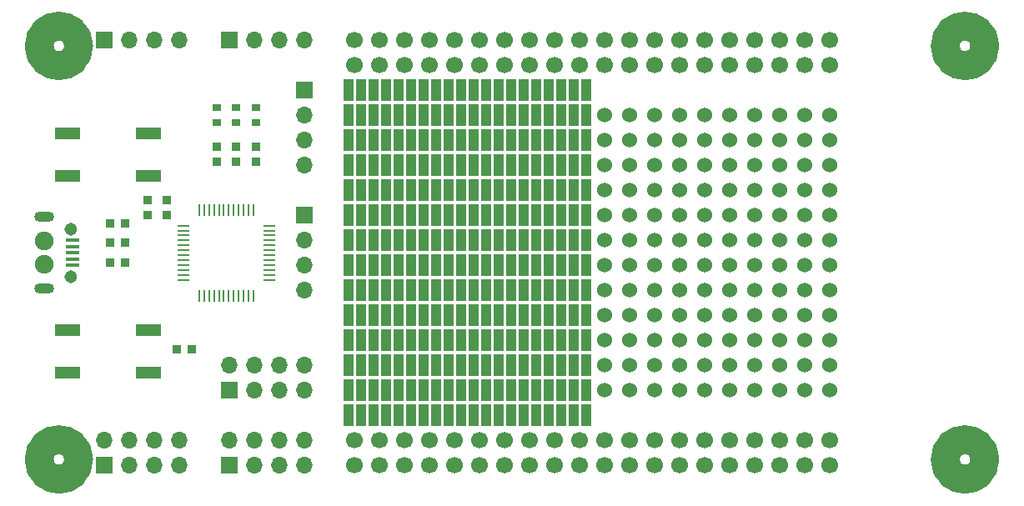
<source format=gts>
G04 #@! TF.GenerationSoftware,KiCad,Pcbnew,(5.0.0-rc2-dev-222-g3b0a758)*
G04 #@! TF.CreationDate,2018-03-21T23:14:10+01:00*
G04 #@! TF.ProjectId,Geckonator Dev Edition,4765636B6F6E61746F72204465762045,rev?*
G04 #@! TF.SameCoordinates,Original*
G04 #@! TF.FileFunction,Soldermask,Top*
G04 #@! TF.FilePolarity,Negative*
%FSLAX46Y46*%
G04 Gerber Fmt 4.6, Leading zero omitted, Abs format (unit mm)*
G04 Created by KiCad (PCBNEW (5.0.0-rc2-dev-222-g3b0a758)) date Wednesday, 21 March 2018 at 23:14:10*
%MOMM*%
%LPD*%
G01*
G04 APERTURE LIST*
%ADD10C,3.000000*%
%ADD11R,1.016000X2.286000*%
%ADD12R,0.889000X0.889000*%
%ADD13C,1.524000*%
%ADD14C,1.700000*%
%ADD15R,0.889000X0.762000*%
%ADD16O,1.700000X1.700000*%
%ADD17R,1.700000X1.700000*%
%ADD18R,2.540000X1.270000*%
%ADD19R,0.250000X1.300000*%
%ADD20R,1.300000X0.250000*%
%ADD21R,1.348740X0.398780*%
%ADD22C,1.899920*%
%ADD23O,2.032000X1.016000*%
%ADD24C,1.305560*%
G04 APERTURE END LIST*
D10*
X55000000Y-53000000D02*
G75*
G03X55000000Y-53000000I-2000000J0D01*
G01*
X55000000Y-95000000D02*
G75*
G03X55000000Y-95000000I-2000000J0D01*
G01*
X147000000Y-95000000D02*
G75*
G03X147000000Y-95000000I-2000000J0D01*
G01*
X147000000Y-53000000D02*
G75*
G03X147000000Y-53000000I-2000000J0D01*
G01*
D11*
X106515000Y-90510000D03*
X105245000Y-90510000D03*
X103975000Y-90510000D03*
X102705000Y-90510000D03*
X101435000Y-90510000D03*
X100165000Y-90510000D03*
X98895000Y-90510000D03*
X97625000Y-90510000D03*
X96355000Y-90510000D03*
X95085000Y-90510000D03*
X93815000Y-90510000D03*
X92545000Y-90510000D03*
X91275000Y-90510000D03*
X90005000Y-90510000D03*
X88735000Y-90510000D03*
X87465000Y-90510000D03*
X86195000Y-90510000D03*
X84925000Y-90510000D03*
X83655000Y-90510000D03*
X82385000Y-90510000D03*
X106515000Y-57490000D03*
X105245000Y-57490000D03*
X103975000Y-57490000D03*
X102705000Y-57490000D03*
X101435000Y-57490000D03*
X100165000Y-57490000D03*
X98895000Y-57490000D03*
X97625000Y-57490000D03*
X96355000Y-57490000D03*
X95085000Y-57490000D03*
X93815000Y-57490000D03*
X92545000Y-57490000D03*
X91275000Y-57490000D03*
X90005000Y-57490000D03*
X88735000Y-57490000D03*
X87465000Y-57490000D03*
X86195000Y-57490000D03*
X84925000Y-57490000D03*
X83655000Y-57490000D03*
X82385000Y-57490000D03*
X106515000Y-72730000D03*
X105245000Y-72730000D03*
X103975000Y-72730000D03*
X102705000Y-72730000D03*
X101435000Y-72730000D03*
X100165000Y-72730000D03*
X98895000Y-72730000D03*
X97625000Y-72730000D03*
X96355000Y-72730000D03*
X95085000Y-72730000D03*
X93815000Y-72730000D03*
X92545000Y-72730000D03*
X91275000Y-72730000D03*
X90005000Y-72730000D03*
X88735000Y-72730000D03*
X87465000Y-72730000D03*
X86195000Y-72730000D03*
X84925000Y-72730000D03*
X83655000Y-72730000D03*
X82385000Y-72730000D03*
X106515000Y-75270000D03*
X105245000Y-75270000D03*
X103975000Y-75270000D03*
X102705000Y-75270000D03*
X101435000Y-75270000D03*
X100165000Y-75270000D03*
X98895000Y-75270000D03*
X97625000Y-75270000D03*
X96355000Y-75270000D03*
X95085000Y-75270000D03*
X93815000Y-75270000D03*
X92545000Y-75270000D03*
X91275000Y-75270000D03*
X90005000Y-75270000D03*
X88735000Y-75270000D03*
X87465000Y-75270000D03*
X86195000Y-75270000D03*
X84925000Y-75270000D03*
X83655000Y-75270000D03*
X82385000Y-75270000D03*
X106515000Y-77810000D03*
X105245000Y-77810000D03*
X103975000Y-77810000D03*
X102705000Y-77810000D03*
X101435000Y-77810000D03*
X100165000Y-77810000D03*
X98895000Y-77810000D03*
X97625000Y-77810000D03*
X96355000Y-77810000D03*
X95085000Y-77810000D03*
X93815000Y-77810000D03*
X92545000Y-77810000D03*
X91275000Y-77810000D03*
X90005000Y-77810000D03*
X88735000Y-77810000D03*
X87465000Y-77810000D03*
X86195000Y-77810000D03*
X84925000Y-77810000D03*
X83655000Y-77810000D03*
X82385000Y-77810000D03*
X106515000Y-80350000D03*
X105245000Y-80350000D03*
X103975000Y-80350000D03*
X102705000Y-80350000D03*
X101435000Y-80350000D03*
X100165000Y-80350000D03*
X98895000Y-80350000D03*
X97625000Y-80350000D03*
X96355000Y-80350000D03*
X95085000Y-80350000D03*
X93815000Y-80350000D03*
X92545000Y-80350000D03*
X91275000Y-80350000D03*
X90005000Y-80350000D03*
X88735000Y-80350000D03*
X87465000Y-80350000D03*
X86195000Y-80350000D03*
X84925000Y-80350000D03*
X83655000Y-80350000D03*
X82385000Y-80350000D03*
X106515000Y-82890000D03*
X105245000Y-82890000D03*
X103975000Y-82890000D03*
X102705000Y-82890000D03*
X101435000Y-82890000D03*
X100165000Y-82890000D03*
X98895000Y-82890000D03*
X97625000Y-82890000D03*
X96355000Y-82890000D03*
X95085000Y-82890000D03*
X93815000Y-82890000D03*
X92545000Y-82890000D03*
X91275000Y-82890000D03*
X90005000Y-82890000D03*
X88735000Y-82890000D03*
X87465000Y-82890000D03*
X86195000Y-82890000D03*
X84925000Y-82890000D03*
X83655000Y-82890000D03*
X82385000Y-82890000D03*
X106515000Y-85430000D03*
X105245000Y-85430000D03*
X103975000Y-85430000D03*
X102705000Y-85430000D03*
X101435000Y-85430000D03*
X100165000Y-85430000D03*
X98895000Y-85430000D03*
X97625000Y-85430000D03*
X96355000Y-85430000D03*
X95085000Y-85430000D03*
X93815000Y-85430000D03*
X92545000Y-85430000D03*
X91275000Y-85430000D03*
X90005000Y-85430000D03*
X88735000Y-85430000D03*
X87465000Y-85430000D03*
X86195000Y-85430000D03*
X84925000Y-85430000D03*
X83655000Y-85430000D03*
X82385000Y-85430000D03*
X106515000Y-87970000D03*
X105245000Y-87970000D03*
X103975000Y-87970000D03*
X102705000Y-87970000D03*
X101435000Y-87970000D03*
X100165000Y-87970000D03*
X98895000Y-87970000D03*
X97625000Y-87970000D03*
X96355000Y-87970000D03*
X95085000Y-87970000D03*
X93815000Y-87970000D03*
X92545000Y-87970000D03*
X91275000Y-87970000D03*
X90005000Y-87970000D03*
X88735000Y-87970000D03*
X87465000Y-87970000D03*
X86195000Y-87970000D03*
X84925000Y-87970000D03*
X83655000Y-87970000D03*
X82385000Y-87970000D03*
X106515000Y-70190000D03*
X105245000Y-70190000D03*
X103975000Y-70190000D03*
X102705000Y-70190000D03*
X101435000Y-70190000D03*
X100165000Y-70190000D03*
X98895000Y-70190000D03*
X97625000Y-70190000D03*
X96355000Y-70190000D03*
X95085000Y-70190000D03*
X93815000Y-70190000D03*
X92545000Y-70190000D03*
X91275000Y-70190000D03*
X90005000Y-70190000D03*
X88735000Y-70190000D03*
X87465000Y-70190000D03*
X86195000Y-70190000D03*
X84925000Y-70190000D03*
X83655000Y-70190000D03*
X82385000Y-70190000D03*
X106515000Y-67650000D03*
X105245000Y-67650000D03*
X103975000Y-67650000D03*
X102705000Y-67650000D03*
X101435000Y-67650000D03*
X100165000Y-67650000D03*
X98895000Y-67650000D03*
X97625000Y-67650000D03*
X96355000Y-67650000D03*
X95085000Y-67650000D03*
X93815000Y-67650000D03*
X92545000Y-67650000D03*
X91275000Y-67650000D03*
X90005000Y-67650000D03*
X88735000Y-67650000D03*
X87465000Y-67650000D03*
X86195000Y-67650000D03*
X84925000Y-67650000D03*
X83655000Y-67650000D03*
X82385000Y-67650000D03*
X106515000Y-65110000D03*
X105245000Y-65110000D03*
X103975000Y-65110000D03*
X102705000Y-65110000D03*
X101435000Y-65110000D03*
X100165000Y-65110000D03*
X98895000Y-65110000D03*
X97625000Y-65110000D03*
X96355000Y-65110000D03*
X95085000Y-65110000D03*
X93815000Y-65110000D03*
X92545000Y-65110000D03*
X91275000Y-65110000D03*
X90005000Y-65110000D03*
X88735000Y-65110000D03*
X87465000Y-65110000D03*
X86195000Y-65110000D03*
X84925000Y-65110000D03*
X83655000Y-65110000D03*
X82385000Y-65110000D03*
X106515000Y-62570000D03*
X105245000Y-62570000D03*
X103975000Y-62570000D03*
X102705000Y-62570000D03*
X101435000Y-62570000D03*
X100165000Y-62570000D03*
X98895000Y-62570000D03*
X97625000Y-62570000D03*
X96355000Y-62570000D03*
X95085000Y-62570000D03*
X93815000Y-62570000D03*
X92545000Y-62570000D03*
X91275000Y-62570000D03*
X90005000Y-62570000D03*
X88735000Y-62570000D03*
X87465000Y-62570000D03*
X86195000Y-62570000D03*
X84925000Y-62570000D03*
X83655000Y-62570000D03*
X82385000Y-62570000D03*
X106515000Y-60030000D03*
X105245000Y-60030000D03*
X103975000Y-60030000D03*
X102705000Y-60030000D03*
X101435000Y-60030000D03*
X100165000Y-60030000D03*
X98895000Y-60030000D03*
X97625000Y-60030000D03*
X96355000Y-60030000D03*
X95085000Y-60030000D03*
X93815000Y-60030000D03*
X92545000Y-60030000D03*
X91275000Y-60030000D03*
X90005000Y-60030000D03*
X88735000Y-60030000D03*
X87465000Y-60030000D03*
X86195000Y-60030000D03*
X84925000Y-60030000D03*
X83655000Y-60030000D03*
X82385000Y-60030000D03*
D12*
X64000000Y-70162000D03*
X64000000Y-68638000D03*
X62000000Y-68638000D03*
X62000000Y-70162000D03*
X58238000Y-71000000D03*
X59762000Y-71000000D03*
D13*
X131280000Y-87970000D03*
X131280000Y-85430000D03*
X128740000Y-85430000D03*
X128740000Y-87970000D03*
X126200000Y-87970000D03*
X126200000Y-85430000D03*
X123660000Y-85430000D03*
X123660000Y-87970000D03*
X121120000Y-87970000D03*
X121120000Y-85430000D03*
X118580000Y-85430000D03*
X118580000Y-87970000D03*
X116040000Y-87970000D03*
X116040000Y-85430000D03*
X113500000Y-85430000D03*
X113500000Y-87970000D03*
X110960000Y-87970000D03*
X110960000Y-85430000D03*
X110960000Y-82890000D03*
X113500000Y-82890000D03*
X116040000Y-82890000D03*
X118580000Y-82890000D03*
X121120000Y-82890000D03*
X123660000Y-82890000D03*
X126200000Y-82890000D03*
X128740000Y-82890000D03*
X131280000Y-82890000D03*
X131280000Y-80350000D03*
X128740000Y-80350000D03*
X126200000Y-80350000D03*
X123660000Y-80350000D03*
X121120000Y-80350000D03*
X118580000Y-80350000D03*
X116040000Y-80350000D03*
X113500000Y-80350000D03*
X110960000Y-80350000D03*
X110960000Y-77810000D03*
X113500000Y-77810000D03*
X116040000Y-77810000D03*
X118580000Y-77810000D03*
X121120000Y-77810000D03*
X123660000Y-77810000D03*
X126200000Y-77810000D03*
X128740000Y-77810000D03*
X131280000Y-77810000D03*
X131280000Y-75270000D03*
X128740000Y-75270000D03*
X126200000Y-75270000D03*
X123660000Y-75270000D03*
X121120000Y-75270000D03*
X118580000Y-75270000D03*
X116040000Y-75270000D03*
X113500000Y-75270000D03*
X110960000Y-75270000D03*
X110960000Y-72730000D03*
X113500000Y-72730000D03*
X116040000Y-72730000D03*
X118580000Y-72730000D03*
X121120000Y-72730000D03*
X123660000Y-72730000D03*
X126200000Y-72730000D03*
X128740000Y-72730000D03*
X131280000Y-72730000D03*
X131280000Y-70190000D03*
X128740000Y-70190000D03*
X126200000Y-70190000D03*
X123660000Y-70190000D03*
X121120000Y-70190000D03*
X118580000Y-70190000D03*
X116040000Y-70190000D03*
X113500000Y-70190000D03*
X110960000Y-70190000D03*
X110960000Y-67650000D03*
X113500000Y-67650000D03*
X116040000Y-67650000D03*
X118580000Y-67650000D03*
X121120000Y-67650000D03*
X123660000Y-67650000D03*
X126200000Y-67650000D03*
X128740000Y-67650000D03*
X131280000Y-67650000D03*
X131280000Y-65110000D03*
X128740000Y-65110000D03*
X126200000Y-65110000D03*
X123660000Y-65110000D03*
X121120000Y-65110000D03*
X118580000Y-65110000D03*
X116040000Y-65110000D03*
X113500000Y-65110000D03*
X110960000Y-65110000D03*
X110960000Y-62570000D03*
X113500000Y-62570000D03*
X116040000Y-62570000D03*
X118580000Y-62570000D03*
X121120000Y-62570000D03*
X123660000Y-62570000D03*
X126200000Y-62570000D03*
X128740000Y-62570000D03*
X131280000Y-62570000D03*
X131280000Y-60030000D03*
X128740000Y-60030000D03*
X126200000Y-60030000D03*
X123660000Y-60030000D03*
X121120000Y-60030000D03*
X118580000Y-60030000D03*
X116040000Y-60030000D03*
X113500000Y-60030000D03*
X110960000Y-60030000D03*
X108420000Y-72730000D03*
X108420000Y-75270000D03*
X108420000Y-87970000D03*
X108420000Y-85430000D03*
X108420000Y-82890000D03*
X108420000Y-80350000D03*
X108420000Y-77810000D03*
X108420000Y-70190000D03*
X108420000Y-67650000D03*
X108420000Y-65110000D03*
X108420000Y-62570000D03*
D14*
X131280000Y-93050000D03*
X128740000Y-93050000D03*
X126200000Y-93050000D03*
X123660000Y-93050000D03*
X121120000Y-93050000D03*
X118580000Y-93050000D03*
X116040000Y-93050000D03*
X113500000Y-93050000D03*
X110960000Y-93050000D03*
X108420000Y-93050000D03*
X105880000Y-93050000D03*
X103340000Y-93050000D03*
X100800000Y-93050000D03*
X98260000Y-93050000D03*
X95720000Y-93050000D03*
X93180000Y-93050000D03*
X90640000Y-93050000D03*
X88100000Y-93050000D03*
X85560000Y-93050000D03*
X83020000Y-93050000D03*
X131280000Y-95590000D03*
X128740000Y-95590000D03*
X126200000Y-95590000D03*
X123660000Y-95590000D03*
X121120000Y-95590000D03*
X118580000Y-95590000D03*
X116040000Y-95590000D03*
X113500000Y-95590000D03*
X110960000Y-95590000D03*
X108420000Y-95590000D03*
X105880000Y-95590000D03*
X103340000Y-95590000D03*
X100800000Y-95590000D03*
X98260000Y-95590000D03*
X95720000Y-95590000D03*
X93180000Y-95590000D03*
X90640000Y-95590000D03*
X88100000Y-95590000D03*
X85560000Y-95590000D03*
X83020000Y-95590000D03*
X131280000Y-54950000D03*
X128740000Y-54950000D03*
X126200000Y-54950000D03*
X123660000Y-54950000D03*
X121120000Y-54950000D03*
X118580000Y-54950000D03*
X116040000Y-54950000D03*
X113500000Y-54950000D03*
X110960000Y-54950000D03*
X108420000Y-54950000D03*
X105880000Y-54950000D03*
X103340000Y-54950000D03*
X100800000Y-54950000D03*
X98260000Y-54950000D03*
X95720000Y-54950000D03*
X93180000Y-54950000D03*
X90640000Y-54950000D03*
X88100000Y-54950000D03*
X85560000Y-54950000D03*
X83020000Y-54950000D03*
X131280000Y-52410000D03*
X128740000Y-52410000D03*
X126200000Y-52410000D03*
X123660000Y-52410000D03*
X121120000Y-52410000D03*
X118580000Y-52410000D03*
X116040000Y-52410000D03*
X113500000Y-52410000D03*
X110960000Y-52410000D03*
X108420000Y-52410000D03*
X105880000Y-52410000D03*
X103340000Y-52410000D03*
X100800000Y-52410000D03*
X98260000Y-52410000D03*
X95720000Y-52410000D03*
X93180000Y-52410000D03*
X90640000Y-52410000D03*
X88100000Y-52410000D03*
X85560000Y-52410000D03*
D15*
X73000000Y-59238000D03*
X73000000Y-60762000D03*
X71000000Y-60762000D03*
X71000000Y-59238000D03*
X69000000Y-59238000D03*
X69000000Y-60762000D03*
D16*
X77940000Y-52410000D03*
X75400000Y-52410000D03*
X72860000Y-52410000D03*
D17*
X70320000Y-52410000D03*
X57620000Y-52410000D03*
D16*
X60160000Y-52410000D03*
X62700000Y-52410000D03*
X65240000Y-52410000D03*
X77940000Y-65110000D03*
X77940000Y-62570000D03*
X77940000Y-60030000D03*
D17*
X77940000Y-57490000D03*
D16*
X77940000Y-85430000D03*
X77940000Y-87970000D03*
X75400000Y-85430000D03*
X75400000Y-87970000D03*
X72860000Y-85430000D03*
X72860000Y-87970000D03*
X70320000Y-85430000D03*
D17*
X70320000Y-87970000D03*
X70320000Y-95590000D03*
D16*
X70320000Y-93050000D03*
X72860000Y-95590000D03*
X72860000Y-93050000D03*
X75400000Y-95590000D03*
X75400000Y-93050000D03*
X77940000Y-95590000D03*
X77940000Y-93050000D03*
X65240000Y-93050000D03*
X65240000Y-95590000D03*
X62700000Y-93050000D03*
X62700000Y-95590000D03*
X60160000Y-93050000D03*
X60160000Y-95590000D03*
X57620000Y-93050000D03*
D17*
X57620000Y-95590000D03*
D18*
X53872500Y-81841000D03*
X53872500Y-86159000D03*
X62127500Y-86159000D03*
X62127500Y-81841000D03*
X62127500Y-61841000D03*
X62127500Y-66159000D03*
X53872500Y-66159000D03*
X53872500Y-61841000D03*
D12*
X73000000Y-64762000D03*
X73000000Y-63238000D03*
X71000000Y-63238000D03*
X71000000Y-64762000D03*
X69000000Y-64762000D03*
X69000000Y-63238000D03*
X65013000Y-83850000D03*
X66537000Y-83850000D03*
X58238000Y-73000000D03*
X59762000Y-73000000D03*
X59762000Y-75000000D03*
X58238000Y-75000000D03*
D19*
X72750000Y-78350000D03*
X72250000Y-78350000D03*
X71750000Y-78350000D03*
X71250000Y-78350000D03*
X70750000Y-78350000D03*
X70250000Y-78350000D03*
X69750000Y-78350000D03*
X69250000Y-78350000D03*
X68750000Y-78350000D03*
X68250000Y-78350000D03*
X67750000Y-78350000D03*
X67250000Y-78350000D03*
D20*
X65650000Y-76750000D03*
X65650000Y-76250000D03*
X65650000Y-75750000D03*
X65650000Y-75250000D03*
X65650000Y-74750000D03*
X65650000Y-74250000D03*
X65650000Y-73750000D03*
X65650000Y-73250000D03*
X65650000Y-72750000D03*
X65650000Y-72250000D03*
X65650000Y-71750000D03*
X65650000Y-71250000D03*
D19*
X67250000Y-69650000D03*
X67750000Y-69650000D03*
X68250000Y-69650000D03*
X68750000Y-69650000D03*
X69250000Y-69650000D03*
X69750000Y-69650000D03*
X70250000Y-69650000D03*
X70750000Y-69650000D03*
X71250000Y-69650000D03*
X71750000Y-69650000D03*
X72250000Y-69650000D03*
X72750000Y-69650000D03*
D20*
X74350000Y-71250000D03*
X74350000Y-71750000D03*
X74350000Y-72250000D03*
X74350000Y-72750000D03*
X74350000Y-73250000D03*
X74350000Y-73750000D03*
X74350000Y-74250000D03*
X74350000Y-74750000D03*
X74350000Y-75250000D03*
X74350000Y-75750000D03*
X74350000Y-76250000D03*
X74350000Y-76750000D03*
D21*
X54372740Y-72702060D03*
X54372740Y-73352300D03*
X54372740Y-74000000D03*
X54372740Y-74647700D03*
X54372740Y-75297940D03*
D22*
X51500000Y-72801120D03*
X51500000Y-75198880D03*
D23*
X51500000Y-70375420D03*
X51500000Y-77624580D03*
D24*
X54227960Y-71576840D03*
X54227960Y-76423160D03*
D16*
X77940000Y-77810000D03*
X77940000Y-75270000D03*
X77940000Y-72730000D03*
D17*
X77940000Y-70190000D03*
D14*
X83020000Y-52410000D03*
D13*
X108420000Y-60030000D03*
M02*

</source>
